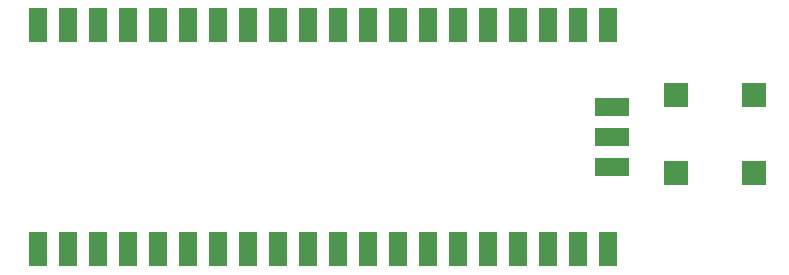
<source format=gbp>
G04 Layer: BottomPasteMaskLayer*
G04 EasyEDA v6.5.44, 2024-07-23 11:26:01*
G04 fa6d6c6f67624019b56d640f781358e2,6e2a8d9c20784516b523f05fecaed983,10*
G04 Gerber Generator version 0.2*
G04 Scale: 100 percent, Rotated: No, Reflected: No *
G04 Dimensions in millimeters *
G04 leading zeros omitted , absolute positions ,4 integer and 5 decimal *
%FSLAX45Y45*%
%MOMM*%

%AMMACRO1*21,1,$1,$2,0,0,$3*%
%ADD10MACRO1,2.8X1.6X-90.0000*%
%ADD11MACRO1,2.8X1.6X0.0000*%
%ADD12MACRO1,2X2X0.0000*%

%LPD*%
D10*
G01*
X136903Y-1196301D03*
G01*
X390903Y-1196301D03*
G01*
X644903Y-1196301D03*
G01*
X898903Y-1196301D03*
G01*
X1152903Y-1196301D03*
G01*
X1406903Y-1196301D03*
G01*
X1660903Y-1196301D03*
G01*
X1914903Y-1196301D03*
G01*
X2168903Y-1196301D03*
G01*
X2422903Y-1196301D03*
G01*
X2676903Y-1196301D03*
G01*
X2930903Y-1196301D03*
G01*
X3184903Y-1196301D03*
G01*
X3438903Y-1196301D03*
G01*
X3692903Y-1196301D03*
G01*
X3946903Y-1196301D03*
G01*
X4200903Y-1196301D03*
G01*
X4454903Y-1196301D03*
G01*
X4708903Y-1196301D03*
G01*
X4962903Y-1196301D03*
G01*
X4962903Y-3096298D03*
G01*
X4708903Y-3096298D03*
G01*
X4454903Y-3096298D03*
G01*
X4200903Y-3096298D03*
G01*
X3946903Y-3096298D03*
G01*
X3692903Y-3096298D03*
G01*
X3438903Y-3096298D03*
G01*
X3184903Y-3096298D03*
G01*
X2930903Y-3096298D03*
G01*
X2676903Y-3096298D03*
G01*
X2422903Y-3096298D03*
G01*
X2168903Y-3096298D03*
G01*
X1914903Y-3096298D03*
G01*
X1660903Y-3096298D03*
G01*
X1406903Y-3096298D03*
G01*
X1152903Y-3096298D03*
G01*
X898903Y-3096298D03*
G01*
X644903Y-3096298D03*
G01*
X390903Y-3096298D03*
G01*
X136903Y-3096298D03*
D11*
G01*
X4999898Y-1892300D03*
G01*
X4999898Y-2146300D03*
G01*
X4999898Y-2400300D03*
D12*
G01*
X6197399Y-2450899D03*
G01*
X5537400Y-2450899D03*
G01*
X5537400Y-1790900D03*
G01*
X6197399Y-1790900D03*
M02*

</source>
